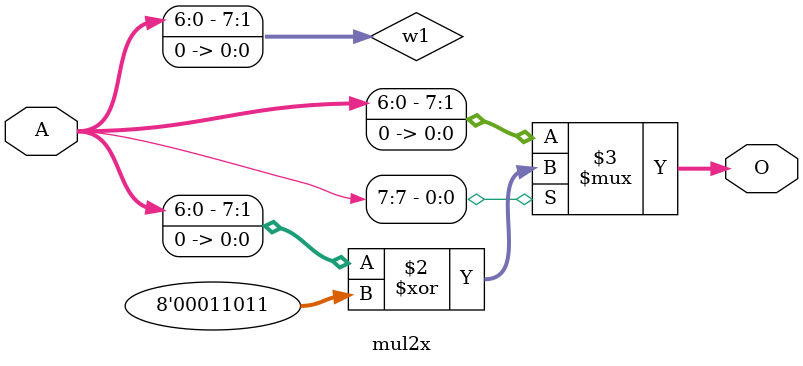
<source format=v>
`timescale 1ns / 1ps


module mul2x(A,O);
input [7:0] A;
output [7:0] O;
wire [7:0] w1;
assign w1=A<<1;
assign  O= A[7]?  (w1 ^ 8'h1b) : w1 ;
endmodule

</source>
